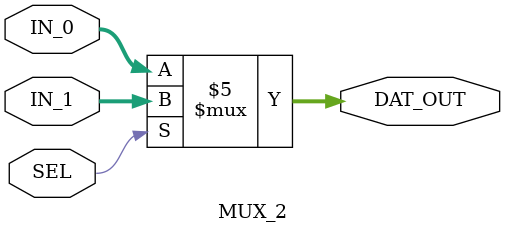
<source format=v>
`timescale 1ns / 1ps
module MUX_2(
    input SEL,
    input [31:0] IN_0,
    input [31:0] IN_1,
    output [31:0] DAT_OUT
    );
	 
	 reg [31:0] DAT_OUT = 0;
	 
	 always @*
	 begin
		if(SEL == 0)
			DAT_OUT <= IN_0;
		else
			DAT_OUT <= IN_1;
	 end

endmodule

</source>
